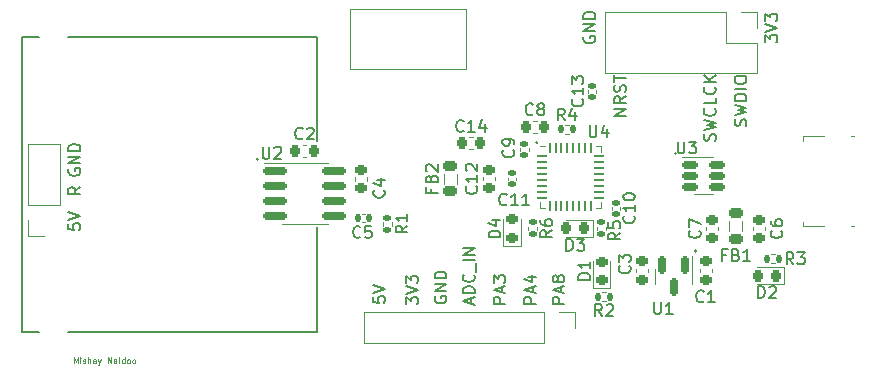
<source format=gbr>
%TF.GenerationSoftware,KiCad,Pcbnew,(6.0.2)*%
%TF.CreationDate,2024-04-01T09:01:55+02:00*%
%TF.ProjectId,STM32L4_Project,53544d33-324c-4345-9f50-726f6a656374,rev?*%
%TF.SameCoordinates,Original*%
%TF.FileFunction,Legend,Top*%
%TF.FilePolarity,Positive*%
%FSLAX46Y46*%
G04 Gerber Fmt 4.6, Leading zero omitted, Abs format (unit mm)*
G04 Created by KiCad (PCBNEW (6.0.2)) date 2024-04-01 09:01:55*
%MOMM*%
%LPD*%
G01*
G04 APERTURE LIST*
G04 Aperture macros list*
%AMRoundRect*
0 Rectangle with rounded corners*
0 $1 Rounding radius*
0 $2 $3 $4 $5 $6 $7 $8 $9 X,Y pos of 4 corners*
0 Add a 4 corners polygon primitive as box body*
4,1,4,$2,$3,$4,$5,$6,$7,$8,$9,$2,$3,0*
0 Add four circle primitives for the rounded corners*
1,1,$1+$1,$2,$3*
1,1,$1+$1,$4,$5*
1,1,$1+$1,$6,$7*
1,1,$1+$1,$8,$9*
0 Add four rect primitives between the rounded corners*
20,1,$1+$1,$2,$3,$4,$5,0*
20,1,$1+$1,$4,$5,$6,$7,0*
20,1,$1+$1,$6,$7,$8,$9,0*
20,1,$1+$1,$8,$9,$2,$3,0*%
G04 Aperture macros list end*
%ADD10C,0.150000*%
%ADD11C,0.125000*%
%ADD12C,0.120000*%
%ADD13RoundRect,0.225000X-0.225000X-0.250000X0.225000X-0.250000X0.225000X0.250000X-0.225000X0.250000X0*%
%ADD14RoundRect,0.225000X0.250000X-0.225000X0.250000X0.225000X-0.250000X0.225000X-0.250000X-0.225000X0*%
%ADD15R,1.700000X1.700000*%
%ADD16O,1.700000X1.700000*%
%ADD17C,2.200000*%
%ADD18RoundRect,0.135000X0.135000X0.185000X-0.135000X0.185000X-0.135000X-0.185000X0.135000X-0.185000X0*%
%ADD19RoundRect,0.140000X-0.170000X0.140000X-0.170000X-0.140000X0.170000X-0.140000X0.170000X0.140000X0*%
%ADD20RoundRect,0.218750X0.381250X-0.218750X0.381250X0.218750X-0.381250X0.218750X-0.381250X-0.218750X0*%
%ADD21RoundRect,0.135000X-0.185000X0.135000X-0.185000X-0.135000X0.185000X-0.135000X0.185000X0.135000X0*%
%ADD22RoundRect,0.135000X0.185000X-0.135000X0.185000X0.135000X-0.185000X0.135000X-0.185000X-0.135000X0*%
%ADD23RoundRect,0.150000X-0.512500X-0.150000X0.512500X-0.150000X0.512500X0.150000X-0.512500X0.150000X0*%
%ADD24RoundRect,0.218750X0.218750X0.256250X-0.218750X0.256250X-0.218750X-0.256250X0.218750X-0.256250X0*%
%ADD25RoundRect,0.225000X-0.250000X0.225000X-0.250000X-0.225000X0.250000X-0.225000X0.250000X0.225000X0*%
%ADD26RoundRect,0.140000X0.170000X-0.140000X0.170000X0.140000X-0.170000X0.140000X-0.170000X-0.140000X0*%
%ADD27RoundRect,0.218750X0.256250X-0.218750X0.256250X0.218750X-0.256250X0.218750X-0.256250X-0.218750X0*%
%ADD28RoundRect,0.062500X-0.375000X-0.062500X0.375000X-0.062500X0.375000X0.062500X-0.375000X0.062500X0*%
%ADD29RoundRect,0.062500X-0.062500X-0.375000X0.062500X-0.375000X0.062500X0.375000X-0.062500X0.375000X0*%
%ADD30R,3.450000X3.450000*%
%ADD31RoundRect,0.150000X-0.825000X-0.150000X0.825000X-0.150000X0.825000X0.150000X-0.825000X0.150000X0*%
%ADD32R,1.380000X0.450000*%
%ADD33R,1.550000X1.425000*%
%ADD34R,1.900000X1.000000*%
%ADD35R,1.900000X1.800000*%
%ADD36R,1.300000X1.650000*%
%ADD37RoundRect,0.140000X0.140000X0.170000X-0.140000X0.170000X-0.140000X-0.170000X0.140000X-0.170000X0*%
%ADD38RoundRect,0.218750X-0.381250X0.218750X-0.381250X-0.218750X0.381250X-0.218750X0.381250X0.218750X0*%
%ADD39C,1.440000*%
%ADD40RoundRect,0.150000X-0.150000X0.587500X-0.150000X-0.587500X0.150000X-0.587500X0.150000X0.587500X0*%
%ADD41RoundRect,0.135000X-0.135000X-0.185000X0.135000X-0.185000X0.135000X0.185000X-0.135000X0.185000X0*%
G04 APERTURE END LIST*
D10*
X95970711Y-48950000D02*
G75*
G03*
X95970711Y-48950000I-70711J0D01*
G01*
X107720711Y-49850000D02*
G75*
G03*
X107720711Y-49850000I-70711J0D01*
G01*
X109420711Y-58100000D02*
G75*
G03*
X109420711Y-58100000I-70711J0D01*
G01*
X72320711Y-50350000D02*
G75*
G03*
X72320711Y-50350000I-70711J0D01*
G01*
X57600000Y-40000000D02*
X56200000Y-40000000D01*
X77300000Y-65000000D02*
X77300000Y-56100000D01*
X52300000Y-65000000D02*
X53800000Y-65000000D01*
X52300000Y-40000000D02*
X53800000Y-40000000D01*
X57600000Y-65000000D02*
X56200000Y-65000000D01*
X77300000Y-40000000D02*
X77300000Y-48800000D01*
X77300000Y-65000000D02*
X57600000Y-65000000D01*
X77300000Y-40000000D02*
X57600000Y-40000000D01*
X52300000Y-65000000D02*
X52300000Y-40000000D01*
X56252380Y-55790476D02*
X56252380Y-56266666D01*
X56728571Y-56314285D01*
X56680952Y-56266666D01*
X56633333Y-56171428D01*
X56633333Y-55933333D01*
X56680952Y-55838095D01*
X56728571Y-55790476D01*
X56823809Y-55742857D01*
X57061904Y-55742857D01*
X57157142Y-55790476D01*
X57204761Y-55838095D01*
X57252380Y-55933333D01*
X57252380Y-56171428D01*
X57204761Y-56266666D01*
X57157142Y-56314285D01*
X56252380Y-55457142D02*
X57252380Y-55123809D01*
X56252380Y-54790476D01*
X115252380Y-40438095D02*
X115252380Y-39819047D01*
X115633333Y-40152380D01*
X115633333Y-40009523D01*
X115680952Y-39914285D01*
X115728571Y-39866666D01*
X115823809Y-39819047D01*
X116061904Y-39819047D01*
X116157142Y-39866666D01*
X116204761Y-39914285D01*
X116252380Y-40009523D01*
X116252380Y-40295238D01*
X116204761Y-40390476D01*
X116157142Y-40438095D01*
X115252380Y-39533333D02*
X116252380Y-39200000D01*
X115252380Y-38866666D01*
X115252380Y-38628571D02*
X115252380Y-38009523D01*
X115633333Y-38342857D01*
X115633333Y-38200000D01*
X115680952Y-38104761D01*
X115728571Y-38057142D01*
X115823809Y-38009523D01*
X116061904Y-38009523D01*
X116157142Y-38057142D01*
X116204761Y-38104761D01*
X116252380Y-38200000D01*
X116252380Y-38485714D01*
X116204761Y-38580952D01*
X116157142Y-38628571D01*
X90366666Y-62580952D02*
X90366666Y-62104761D01*
X90652380Y-62676190D02*
X89652380Y-62342857D01*
X90652380Y-62009523D01*
X90652380Y-61676190D02*
X89652380Y-61676190D01*
X89652380Y-61438095D01*
X89700000Y-61295238D01*
X89795238Y-61200000D01*
X89890476Y-61152380D01*
X90080952Y-61104761D01*
X90223809Y-61104761D01*
X90414285Y-61152380D01*
X90509523Y-61200000D01*
X90604761Y-61295238D01*
X90652380Y-61438095D01*
X90652380Y-61676190D01*
X90557142Y-60104761D02*
X90604761Y-60152380D01*
X90652380Y-60295238D01*
X90652380Y-60390476D01*
X90604761Y-60533333D01*
X90509523Y-60628571D01*
X90414285Y-60676190D01*
X90223809Y-60723809D01*
X90080952Y-60723809D01*
X89890476Y-60676190D01*
X89795238Y-60628571D01*
X89700000Y-60533333D01*
X89652380Y-60390476D01*
X89652380Y-60295238D01*
X89700000Y-60152380D01*
X89747619Y-60104761D01*
X90747619Y-59914285D02*
X90747619Y-59152380D01*
X90652380Y-58914285D02*
X89652380Y-58914285D01*
X90652380Y-58438095D02*
X89652380Y-58438095D01*
X90652380Y-57866666D01*
X89652380Y-57866666D01*
X82052380Y-61990476D02*
X82052380Y-62466666D01*
X82528571Y-62514285D01*
X82480952Y-62466666D01*
X82433333Y-62371428D01*
X82433333Y-62133333D01*
X82480952Y-62038095D01*
X82528571Y-61990476D01*
X82623809Y-61942857D01*
X82861904Y-61942857D01*
X82957142Y-61990476D01*
X83004761Y-62038095D01*
X83052380Y-62133333D01*
X83052380Y-62371428D01*
X83004761Y-62466666D01*
X82957142Y-62514285D01*
X82052380Y-61657142D02*
X83052380Y-61323809D01*
X82052380Y-60990476D01*
X93252380Y-62566666D02*
X92252380Y-62566666D01*
X92252380Y-62185714D01*
X92300000Y-62090476D01*
X92347619Y-62042857D01*
X92442857Y-61995238D01*
X92585714Y-61995238D01*
X92680952Y-62042857D01*
X92728571Y-62090476D01*
X92776190Y-62185714D01*
X92776190Y-62566666D01*
X92966666Y-61614285D02*
X92966666Y-61138095D01*
X93252380Y-61709523D02*
X92252380Y-61376190D01*
X93252380Y-61042857D01*
X92252380Y-60804761D02*
X92252380Y-60185714D01*
X92633333Y-60519047D01*
X92633333Y-60376190D01*
X92680952Y-60280952D01*
X92728571Y-60233333D01*
X92823809Y-60185714D01*
X93061904Y-60185714D01*
X93157142Y-60233333D01*
X93204761Y-60280952D01*
X93252380Y-60376190D01*
X93252380Y-60661904D01*
X93204761Y-60757142D01*
X93157142Y-60804761D01*
X103452380Y-46642857D02*
X102452380Y-46642857D01*
X103452380Y-46071428D01*
X102452380Y-46071428D01*
X103452380Y-45023809D02*
X102976190Y-45357142D01*
X103452380Y-45595238D02*
X102452380Y-45595238D01*
X102452380Y-45214285D01*
X102500000Y-45119047D01*
X102547619Y-45071428D01*
X102642857Y-45023809D01*
X102785714Y-45023809D01*
X102880952Y-45071428D01*
X102928571Y-45119047D01*
X102976190Y-45214285D01*
X102976190Y-45595238D01*
X103404761Y-44642857D02*
X103452380Y-44500000D01*
X103452380Y-44261904D01*
X103404761Y-44166666D01*
X103357142Y-44119047D01*
X103261904Y-44071428D01*
X103166666Y-44071428D01*
X103071428Y-44119047D01*
X103023809Y-44166666D01*
X102976190Y-44261904D01*
X102928571Y-44452380D01*
X102880952Y-44547619D01*
X102833333Y-44595238D01*
X102738095Y-44642857D01*
X102642857Y-44642857D01*
X102547619Y-44595238D01*
X102500000Y-44547619D01*
X102452380Y-44452380D01*
X102452380Y-44214285D01*
X102500000Y-44071428D01*
X102452380Y-43785714D02*
X102452380Y-43214285D01*
X103452380Y-43500000D02*
X102452380Y-43500000D01*
X57252380Y-52690476D02*
X56776190Y-53023809D01*
X57252380Y-53261904D02*
X56252380Y-53261904D01*
X56252380Y-52880952D01*
X56300000Y-52785714D01*
X56347619Y-52738095D01*
X56442857Y-52690476D01*
X56585714Y-52690476D01*
X56680952Y-52738095D01*
X56728571Y-52785714D01*
X56776190Y-52880952D01*
X56776190Y-53261904D01*
X87300000Y-61961904D02*
X87252380Y-62057142D01*
X87252380Y-62200000D01*
X87300000Y-62342857D01*
X87395238Y-62438095D01*
X87490476Y-62485714D01*
X87680952Y-62533333D01*
X87823809Y-62533333D01*
X88014285Y-62485714D01*
X88109523Y-62438095D01*
X88204761Y-62342857D01*
X88252380Y-62200000D01*
X88252380Y-62104761D01*
X88204761Y-61961904D01*
X88157142Y-61914285D01*
X87823809Y-61914285D01*
X87823809Y-62104761D01*
X88252380Y-61485714D02*
X87252380Y-61485714D01*
X88252380Y-60914285D01*
X87252380Y-60914285D01*
X88252380Y-60438095D02*
X87252380Y-60438095D01*
X87252380Y-60200000D01*
X87300000Y-60057142D01*
X87395238Y-59961904D01*
X87490476Y-59914285D01*
X87680952Y-59866666D01*
X87823809Y-59866666D01*
X88014285Y-59914285D01*
X88109523Y-59961904D01*
X88204761Y-60057142D01*
X88252380Y-60200000D01*
X88252380Y-60438095D01*
X84852380Y-62638095D02*
X84852380Y-62019047D01*
X85233333Y-62352380D01*
X85233333Y-62209523D01*
X85280952Y-62114285D01*
X85328571Y-62066666D01*
X85423809Y-62019047D01*
X85661904Y-62019047D01*
X85757142Y-62066666D01*
X85804761Y-62114285D01*
X85852380Y-62209523D01*
X85852380Y-62495238D01*
X85804761Y-62590476D01*
X85757142Y-62638095D01*
X84852380Y-61733333D02*
X85852380Y-61400000D01*
X84852380Y-61066666D01*
X84852380Y-60828571D02*
X84852380Y-60209523D01*
X85233333Y-60542857D01*
X85233333Y-60400000D01*
X85280952Y-60304761D01*
X85328571Y-60257142D01*
X85423809Y-60209523D01*
X85661904Y-60209523D01*
X85757142Y-60257142D01*
X85804761Y-60304761D01*
X85852380Y-60400000D01*
X85852380Y-60685714D01*
X85804761Y-60780952D01*
X85757142Y-60828571D01*
X111004761Y-48761904D02*
X111052380Y-48619047D01*
X111052380Y-48380952D01*
X111004761Y-48285714D01*
X110957142Y-48238095D01*
X110861904Y-48190476D01*
X110766666Y-48190476D01*
X110671428Y-48238095D01*
X110623809Y-48285714D01*
X110576190Y-48380952D01*
X110528571Y-48571428D01*
X110480952Y-48666666D01*
X110433333Y-48714285D01*
X110338095Y-48761904D01*
X110242857Y-48761904D01*
X110147619Y-48714285D01*
X110100000Y-48666666D01*
X110052380Y-48571428D01*
X110052380Y-48333333D01*
X110100000Y-48190476D01*
X110052380Y-47857142D02*
X111052380Y-47619047D01*
X110338095Y-47428571D01*
X111052380Y-47238095D01*
X110052380Y-47000000D01*
X110957142Y-46047619D02*
X111004761Y-46095238D01*
X111052380Y-46238095D01*
X111052380Y-46333333D01*
X111004761Y-46476190D01*
X110909523Y-46571428D01*
X110814285Y-46619047D01*
X110623809Y-46666666D01*
X110480952Y-46666666D01*
X110290476Y-46619047D01*
X110195238Y-46571428D01*
X110100000Y-46476190D01*
X110052380Y-46333333D01*
X110052380Y-46238095D01*
X110100000Y-46095238D01*
X110147619Y-46047619D01*
X111052380Y-45142857D02*
X111052380Y-45619047D01*
X110052380Y-45619047D01*
X110957142Y-44238095D02*
X111004761Y-44285714D01*
X111052380Y-44428571D01*
X111052380Y-44523809D01*
X111004761Y-44666666D01*
X110909523Y-44761904D01*
X110814285Y-44809523D01*
X110623809Y-44857142D01*
X110480952Y-44857142D01*
X110290476Y-44809523D01*
X110195238Y-44761904D01*
X110100000Y-44666666D01*
X110052380Y-44523809D01*
X110052380Y-44428571D01*
X110100000Y-44285714D01*
X110147619Y-44238095D01*
X111052380Y-43809523D02*
X110052380Y-43809523D01*
X111052380Y-43238095D02*
X110480952Y-43666666D01*
X110052380Y-43238095D02*
X110623809Y-43809523D01*
X95852380Y-62566666D02*
X94852380Y-62566666D01*
X94852380Y-62185714D01*
X94900000Y-62090476D01*
X94947619Y-62042857D01*
X95042857Y-61995238D01*
X95185714Y-61995238D01*
X95280952Y-62042857D01*
X95328571Y-62090476D01*
X95376190Y-62185714D01*
X95376190Y-62566666D01*
X95566666Y-61614285D02*
X95566666Y-61138095D01*
X95852380Y-61709523D02*
X94852380Y-61376190D01*
X95852380Y-61042857D01*
X95185714Y-60280952D02*
X95852380Y-60280952D01*
X94804761Y-60519047D02*
X95519047Y-60757142D01*
X95519047Y-60138095D01*
X99900000Y-39961904D02*
X99852380Y-40057142D01*
X99852380Y-40200000D01*
X99900000Y-40342857D01*
X99995238Y-40438095D01*
X100090476Y-40485714D01*
X100280952Y-40533333D01*
X100423809Y-40533333D01*
X100614285Y-40485714D01*
X100709523Y-40438095D01*
X100804761Y-40342857D01*
X100852380Y-40200000D01*
X100852380Y-40104761D01*
X100804761Y-39961904D01*
X100757142Y-39914285D01*
X100423809Y-39914285D01*
X100423809Y-40104761D01*
X100852380Y-39485714D02*
X99852380Y-39485714D01*
X100852380Y-38914285D01*
X99852380Y-38914285D01*
X100852380Y-38438095D02*
X99852380Y-38438095D01*
X99852380Y-38200000D01*
X99900000Y-38057142D01*
X99995238Y-37961904D01*
X100090476Y-37914285D01*
X100280952Y-37866666D01*
X100423809Y-37866666D01*
X100614285Y-37914285D01*
X100709523Y-37961904D01*
X100804761Y-38057142D01*
X100852380Y-38200000D01*
X100852380Y-38438095D01*
X98252380Y-62566666D02*
X97252380Y-62566666D01*
X97252380Y-62185714D01*
X97300000Y-62090476D01*
X97347619Y-62042857D01*
X97442857Y-61995238D01*
X97585714Y-61995238D01*
X97680952Y-62042857D01*
X97728571Y-62090476D01*
X97776190Y-62185714D01*
X97776190Y-62566666D01*
X97966666Y-61614285D02*
X97966666Y-61138095D01*
X98252380Y-61709523D02*
X97252380Y-61376190D01*
X98252380Y-61042857D01*
X97680952Y-60566666D02*
X97633333Y-60661904D01*
X97585714Y-60709523D01*
X97490476Y-60757142D01*
X97442857Y-60757142D01*
X97347619Y-60709523D01*
X97300000Y-60661904D01*
X97252380Y-60566666D01*
X97252380Y-60376190D01*
X97300000Y-60280952D01*
X97347619Y-60233333D01*
X97442857Y-60185714D01*
X97490476Y-60185714D01*
X97585714Y-60233333D01*
X97633333Y-60280952D01*
X97680952Y-60376190D01*
X97680952Y-60566666D01*
X97728571Y-60661904D01*
X97776190Y-60709523D01*
X97871428Y-60757142D01*
X98061904Y-60757142D01*
X98157142Y-60709523D01*
X98204761Y-60661904D01*
X98252380Y-60566666D01*
X98252380Y-60376190D01*
X98204761Y-60280952D01*
X98157142Y-60233333D01*
X98061904Y-60185714D01*
X97871428Y-60185714D01*
X97776190Y-60233333D01*
X97728571Y-60280952D01*
X97680952Y-60376190D01*
D11*
X56692857Y-67626190D02*
X56692857Y-67126190D01*
X56859523Y-67483333D01*
X57026190Y-67126190D01*
X57026190Y-67626190D01*
X57264285Y-67626190D02*
X57264285Y-67292857D01*
X57264285Y-67126190D02*
X57240476Y-67150000D01*
X57264285Y-67173809D01*
X57288095Y-67150000D01*
X57264285Y-67126190D01*
X57264285Y-67173809D01*
X57478571Y-67602380D02*
X57526190Y-67626190D01*
X57621428Y-67626190D01*
X57669047Y-67602380D01*
X57692857Y-67554761D01*
X57692857Y-67530952D01*
X57669047Y-67483333D01*
X57621428Y-67459523D01*
X57550000Y-67459523D01*
X57502380Y-67435714D01*
X57478571Y-67388095D01*
X57478571Y-67364285D01*
X57502380Y-67316666D01*
X57550000Y-67292857D01*
X57621428Y-67292857D01*
X57669047Y-67316666D01*
X57907142Y-67626190D02*
X57907142Y-67126190D01*
X58121428Y-67626190D02*
X58121428Y-67364285D01*
X58097619Y-67316666D01*
X58050000Y-67292857D01*
X57978571Y-67292857D01*
X57930952Y-67316666D01*
X57907142Y-67340476D01*
X58573809Y-67626190D02*
X58573809Y-67364285D01*
X58550000Y-67316666D01*
X58502380Y-67292857D01*
X58407142Y-67292857D01*
X58359523Y-67316666D01*
X58573809Y-67602380D02*
X58526190Y-67626190D01*
X58407142Y-67626190D01*
X58359523Y-67602380D01*
X58335714Y-67554761D01*
X58335714Y-67507142D01*
X58359523Y-67459523D01*
X58407142Y-67435714D01*
X58526190Y-67435714D01*
X58573809Y-67411904D01*
X58764285Y-67292857D02*
X58883333Y-67626190D01*
X59002380Y-67292857D02*
X58883333Y-67626190D01*
X58835714Y-67745238D01*
X58811904Y-67769047D01*
X58764285Y-67792857D01*
X59573809Y-67626190D02*
X59573809Y-67126190D01*
X59859523Y-67626190D01*
X59859523Y-67126190D01*
X60311904Y-67626190D02*
X60311904Y-67364285D01*
X60288095Y-67316666D01*
X60240476Y-67292857D01*
X60145238Y-67292857D01*
X60097619Y-67316666D01*
X60311904Y-67602380D02*
X60264285Y-67626190D01*
X60145238Y-67626190D01*
X60097619Y-67602380D01*
X60073809Y-67554761D01*
X60073809Y-67507142D01*
X60097619Y-67459523D01*
X60145238Y-67435714D01*
X60264285Y-67435714D01*
X60311904Y-67411904D01*
X60550000Y-67626190D02*
X60550000Y-67292857D01*
X60550000Y-67126190D02*
X60526190Y-67150000D01*
X60550000Y-67173809D01*
X60573809Y-67150000D01*
X60550000Y-67126190D01*
X60550000Y-67173809D01*
X61002380Y-67626190D02*
X61002380Y-67126190D01*
X61002380Y-67602380D02*
X60954761Y-67626190D01*
X60859523Y-67626190D01*
X60811904Y-67602380D01*
X60788095Y-67578571D01*
X60764285Y-67530952D01*
X60764285Y-67388095D01*
X60788095Y-67340476D01*
X60811904Y-67316666D01*
X60859523Y-67292857D01*
X60954761Y-67292857D01*
X61002380Y-67316666D01*
X61311904Y-67626190D02*
X61264285Y-67602380D01*
X61240476Y-67578571D01*
X61216666Y-67530952D01*
X61216666Y-67388095D01*
X61240476Y-67340476D01*
X61264285Y-67316666D01*
X61311904Y-67292857D01*
X61383333Y-67292857D01*
X61430952Y-67316666D01*
X61454761Y-67340476D01*
X61478571Y-67388095D01*
X61478571Y-67530952D01*
X61454761Y-67578571D01*
X61430952Y-67602380D01*
X61383333Y-67626190D01*
X61311904Y-67626190D01*
X61764285Y-67626190D02*
X61716666Y-67602380D01*
X61692857Y-67578571D01*
X61669047Y-67530952D01*
X61669047Y-67388095D01*
X61692857Y-67340476D01*
X61716666Y-67316666D01*
X61764285Y-67292857D01*
X61835714Y-67292857D01*
X61883333Y-67316666D01*
X61907142Y-67340476D01*
X61930952Y-67388095D01*
X61930952Y-67530952D01*
X61907142Y-67578571D01*
X61883333Y-67602380D01*
X61835714Y-67626190D01*
X61764285Y-67626190D01*
D10*
X113604761Y-47519047D02*
X113652380Y-47376190D01*
X113652380Y-47138095D01*
X113604761Y-47042857D01*
X113557142Y-46995238D01*
X113461904Y-46947619D01*
X113366666Y-46947619D01*
X113271428Y-46995238D01*
X113223809Y-47042857D01*
X113176190Y-47138095D01*
X113128571Y-47328571D01*
X113080952Y-47423809D01*
X113033333Y-47471428D01*
X112938095Y-47519047D01*
X112842857Y-47519047D01*
X112747619Y-47471428D01*
X112700000Y-47423809D01*
X112652380Y-47328571D01*
X112652380Y-47090476D01*
X112700000Y-46947619D01*
X112652380Y-46614285D02*
X113652380Y-46376190D01*
X112938095Y-46185714D01*
X113652380Y-45995238D01*
X112652380Y-45757142D01*
X113652380Y-45376190D02*
X112652380Y-45376190D01*
X112652380Y-45138095D01*
X112700000Y-44995238D01*
X112795238Y-44900000D01*
X112890476Y-44852380D01*
X113080952Y-44804761D01*
X113223809Y-44804761D01*
X113414285Y-44852380D01*
X113509523Y-44900000D01*
X113604761Y-44995238D01*
X113652380Y-45138095D01*
X113652380Y-45376190D01*
X113652380Y-44376190D02*
X112652380Y-44376190D01*
X112652380Y-43709523D02*
X112652380Y-43519047D01*
X112700000Y-43423809D01*
X112795238Y-43328571D01*
X112985714Y-43280952D01*
X113319047Y-43280952D01*
X113509523Y-43328571D01*
X113604761Y-43423809D01*
X113652380Y-43519047D01*
X113652380Y-43709523D01*
X113604761Y-43804761D01*
X113509523Y-43900000D01*
X113319047Y-43947619D01*
X112985714Y-43947619D01*
X112795238Y-43900000D01*
X112700000Y-43804761D01*
X112652380Y-43709523D01*
X56300000Y-51161904D02*
X56252380Y-51257142D01*
X56252380Y-51400000D01*
X56300000Y-51542857D01*
X56395238Y-51638095D01*
X56490476Y-51685714D01*
X56680952Y-51733333D01*
X56823809Y-51733333D01*
X57014285Y-51685714D01*
X57109523Y-51638095D01*
X57204761Y-51542857D01*
X57252380Y-51400000D01*
X57252380Y-51304761D01*
X57204761Y-51161904D01*
X57157142Y-51114285D01*
X56823809Y-51114285D01*
X56823809Y-51304761D01*
X57252380Y-50685714D02*
X56252380Y-50685714D01*
X57252380Y-50114285D01*
X56252380Y-50114285D01*
X57252380Y-49638095D02*
X56252380Y-49638095D01*
X56252380Y-49400000D01*
X56300000Y-49257142D01*
X56395238Y-49161904D01*
X56490476Y-49114285D01*
X56680952Y-49066666D01*
X56823809Y-49066666D01*
X57014285Y-49114285D01*
X57109523Y-49161904D01*
X57204761Y-49257142D01*
X57252380Y-49400000D01*
X57252380Y-49638095D01*
%TO.C,C2*%
X76083333Y-48577142D02*
X76035714Y-48624761D01*
X75892857Y-48672380D01*
X75797619Y-48672380D01*
X75654761Y-48624761D01*
X75559523Y-48529523D01*
X75511904Y-48434285D01*
X75464285Y-48243809D01*
X75464285Y-48100952D01*
X75511904Y-47910476D01*
X75559523Y-47815238D01*
X75654761Y-47720000D01*
X75797619Y-47672380D01*
X75892857Y-47672380D01*
X76035714Y-47720000D01*
X76083333Y-47767619D01*
X76464285Y-47767619D02*
X76511904Y-47720000D01*
X76607142Y-47672380D01*
X76845238Y-47672380D01*
X76940476Y-47720000D01*
X76988095Y-47767619D01*
X77035714Y-47862857D01*
X77035714Y-47958095D01*
X76988095Y-48100952D01*
X76416666Y-48672380D01*
X77035714Y-48672380D01*
%TO.C,C4*%
X82957142Y-52966666D02*
X83004761Y-53014285D01*
X83052380Y-53157142D01*
X83052380Y-53252380D01*
X83004761Y-53395238D01*
X82909523Y-53490476D01*
X82814285Y-53538095D01*
X82623809Y-53585714D01*
X82480952Y-53585714D01*
X82290476Y-53538095D01*
X82195238Y-53490476D01*
X82100000Y-53395238D01*
X82052380Y-53252380D01*
X82052380Y-53157142D01*
X82100000Y-53014285D01*
X82147619Y-52966666D01*
X82385714Y-52109523D02*
X83052380Y-52109523D01*
X82004761Y-52347619D02*
X82719047Y-52585714D01*
X82719047Y-51966666D01*
%TO.C,C7*%
X109677142Y-56391666D02*
X109724761Y-56439285D01*
X109772380Y-56582142D01*
X109772380Y-56677380D01*
X109724761Y-56820238D01*
X109629523Y-56915476D01*
X109534285Y-56963095D01*
X109343809Y-57010714D01*
X109200952Y-57010714D01*
X109010476Y-56963095D01*
X108915238Y-56915476D01*
X108820000Y-56820238D01*
X108772380Y-56677380D01*
X108772380Y-56582142D01*
X108820000Y-56439285D01*
X108867619Y-56391666D01*
X108772380Y-56058333D02*
X108772380Y-55391666D01*
X109772380Y-55820238D01*
%TO.C,C1*%
X110033333Y-62357142D02*
X109985714Y-62404761D01*
X109842857Y-62452380D01*
X109747619Y-62452380D01*
X109604761Y-62404761D01*
X109509523Y-62309523D01*
X109461904Y-62214285D01*
X109414285Y-62023809D01*
X109414285Y-61880952D01*
X109461904Y-61690476D01*
X109509523Y-61595238D01*
X109604761Y-61500000D01*
X109747619Y-61452380D01*
X109842857Y-61452380D01*
X109985714Y-61500000D01*
X110033333Y-61547619D01*
X110985714Y-62452380D02*
X110414285Y-62452380D01*
X110700000Y-62452380D02*
X110700000Y-61452380D01*
X110604761Y-61595238D01*
X110509523Y-61690476D01*
X110414285Y-61738095D01*
%TO.C,R4*%
X98273333Y-47052380D02*
X97940000Y-46576190D01*
X97701904Y-47052380D02*
X97701904Y-46052380D01*
X98082857Y-46052380D01*
X98178095Y-46100000D01*
X98225714Y-46147619D01*
X98273333Y-46242857D01*
X98273333Y-46385714D01*
X98225714Y-46480952D01*
X98178095Y-46528571D01*
X98082857Y-46576190D01*
X97701904Y-46576190D01*
X99130476Y-46385714D02*
X99130476Y-47052380D01*
X98892380Y-46004761D02*
X98654285Y-46719047D01*
X99273333Y-46719047D01*
%TO.C,C9*%
X93907142Y-49566666D02*
X93954761Y-49614285D01*
X94002380Y-49757142D01*
X94002380Y-49852380D01*
X93954761Y-49995238D01*
X93859523Y-50090476D01*
X93764285Y-50138095D01*
X93573809Y-50185714D01*
X93430952Y-50185714D01*
X93240476Y-50138095D01*
X93145238Y-50090476D01*
X93050000Y-49995238D01*
X93002380Y-49852380D01*
X93002380Y-49757142D01*
X93050000Y-49614285D01*
X93097619Y-49566666D01*
X94002380Y-49090476D02*
X94002380Y-48900000D01*
X93954761Y-48804761D01*
X93907142Y-48757142D01*
X93764285Y-48661904D01*
X93573809Y-48614285D01*
X93192857Y-48614285D01*
X93097619Y-48661904D01*
X93050000Y-48709523D01*
X93002380Y-48804761D01*
X93002380Y-48995238D01*
X93050000Y-49090476D01*
X93097619Y-49138095D01*
X93192857Y-49185714D01*
X93430952Y-49185714D01*
X93526190Y-49138095D01*
X93573809Y-49090476D01*
X93621428Y-48995238D01*
X93621428Y-48804761D01*
X93573809Y-48709523D01*
X93526190Y-48661904D01*
X93430952Y-48614285D01*
%TO.C,FB2*%
X86978571Y-52833333D02*
X86978571Y-53166666D01*
X87502380Y-53166666D02*
X86502380Y-53166666D01*
X86502380Y-52690476D01*
X86978571Y-51976190D02*
X87026190Y-51833333D01*
X87073809Y-51785714D01*
X87169047Y-51738095D01*
X87311904Y-51738095D01*
X87407142Y-51785714D01*
X87454761Y-51833333D01*
X87502380Y-51928571D01*
X87502380Y-52309523D01*
X86502380Y-52309523D01*
X86502380Y-51976190D01*
X86550000Y-51880952D01*
X86597619Y-51833333D01*
X86692857Y-51785714D01*
X86788095Y-51785714D01*
X86883333Y-51833333D01*
X86930952Y-51880952D01*
X86978571Y-51976190D01*
X86978571Y-52309523D01*
X86597619Y-51357142D02*
X86550000Y-51309523D01*
X86502380Y-51214285D01*
X86502380Y-50976190D01*
X86550000Y-50880952D01*
X86597619Y-50833333D01*
X86692857Y-50785714D01*
X86788095Y-50785714D01*
X86930952Y-50833333D01*
X87502380Y-51404761D01*
X87502380Y-50785714D01*
%TO.C,R5*%
X102972380Y-56566666D02*
X102496190Y-56900000D01*
X102972380Y-57138095D02*
X101972380Y-57138095D01*
X101972380Y-56757142D01*
X102020000Y-56661904D01*
X102067619Y-56614285D01*
X102162857Y-56566666D01*
X102305714Y-56566666D01*
X102400952Y-56614285D01*
X102448571Y-56661904D01*
X102496190Y-56757142D01*
X102496190Y-57138095D01*
X101972380Y-55661904D02*
X101972380Y-56138095D01*
X102448571Y-56185714D01*
X102400952Y-56138095D01*
X102353333Y-56042857D01*
X102353333Y-55804761D01*
X102400952Y-55709523D01*
X102448571Y-55661904D01*
X102543809Y-55614285D01*
X102781904Y-55614285D01*
X102877142Y-55661904D01*
X102924761Y-55709523D01*
X102972380Y-55804761D01*
X102972380Y-56042857D01*
X102924761Y-56138095D01*
X102877142Y-56185714D01*
%TO.C,R1*%
X84952380Y-55966666D02*
X84476190Y-56300000D01*
X84952380Y-56538095D02*
X83952380Y-56538095D01*
X83952380Y-56157142D01*
X84000000Y-56061904D01*
X84047619Y-56014285D01*
X84142857Y-55966666D01*
X84285714Y-55966666D01*
X84380952Y-56014285D01*
X84428571Y-56061904D01*
X84476190Y-56157142D01*
X84476190Y-56538095D01*
X84952380Y-55014285D02*
X84952380Y-55585714D01*
X84952380Y-55300000D02*
X83952380Y-55300000D01*
X84095238Y-55395238D01*
X84190476Y-55490476D01*
X84238095Y-55585714D01*
%TO.C,U3*%
X107838095Y-48852380D02*
X107838095Y-49661904D01*
X107885714Y-49757142D01*
X107933333Y-49804761D01*
X108028571Y-49852380D01*
X108219047Y-49852380D01*
X108314285Y-49804761D01*
X108361904Y-49757142D01*
X108409523Y-49661904D01*
X108409523Y-48852380D01*
X108790476Y-48852380D02*
X109409523Y-48852380D01*
X109076190Y-49233333D01*
X109219047Y-49233333D01*
X109314285Y-49280952D01*
X109361904Y-49328571D01*
X109409523Y-49423809D01*
X109409523Y-49661904D01*
X109361904Y-49757142D01*
X109314285Y-49804761D01*
X109219047Y-49852380D01*
X108933333Y-49852380D01*
X108838095Y-49804761D01*
X108790476Y-49757142D01*
%TO.C,C10*%
X104117142Y-55142857D02*
X104164761Y-55190476D01*
X104212380Y-55333333D01*
X104212380Y-55428571D01*
X104164761Y-55571428D01*
X104069523Y-55666666D01*
X103974285Y-55714285D01*
X103783809Y-55761904D01*
X103640952Y-55761904D01*
X103450476Y-55714285D01*
X103355238Y-55666666D01*
X103260000Y-55571428D01*
X103212380Y-55428571D01*
X103212380Y-55333333D01*
X103260000Y-55190476D01*
X103307619Y-55142857D01*
X104212380Y-54190476D02*
X104212380Y-54761904D01*
X104212380Y-54476190D02*
X103212380Y-54476190D01*
X103355238Y-54571428D01*
X103450476Y-54666666D01*
X103498095Y-54761904D01*
X103212380Y-53571428D02*
X103212380Y-53476190D01*
X103260000Y-53380952D01*
X103307619Y-53333333D01*
X103402857Y-53285714D01*
X103593333Y-53238095D01*
X103831428Y-53238095D01*
X104021904Y-53285714D01*
X104117142Y-53333333D01*
X104164761Y-53380952D01*
X104212380Y-53476190D01*
X104212380Y-53571428D01*
X104164761Y-53666666D01*
X104117142Y-53714285D01*
X104021904Y-53761904D01*
X103831428Y-53809523D01*
X103593333Y-53809523D01*
X103402857Y-53761904D01*
X103307619Y-53714285D01*
X103260000Y-53666666D01*
X103212380Y-53571428D01*
%TO.C,D2*%
X114649404Y-62082380D02*
X114649404Y-61082380D01*
X114887500Y-61082380D01*
X115030357Y-61130000D01*
X115125595Y-61225238D01*
X115173214Y-61320476D01*
X115220833Y-61510952D01*
X115220833Y-61653809D01*
X115173214Y-61844285D01*
X115125595Y-61939523D01*
X115030357Y-62034761D01*
X114887500Y-62082380D01*
X114649404Y-62082380D01*
X115601785Y-61177619D02*
X115649404Y-61130000D01*
X115744642Y-61082380D01*
X115982738Y-61082380D01*
X116077976Y-61130000D01*
X116125595Y-61177619D01*
X116173214Y-61272857D01*
X116173214Y-61368095D01*
X116125595Y-61510952D01*
X115554166Y-62082380D01*
X116173214Y-62082380D01*
%TO.C,D3*%
X98411904Y-58082380D02*
X98411904Y-57082380D01*
X98650000Y-57082380D01*
X98792857Y-57130000D01*
X98888095Y-57225238D01*
X98935714Y-57320476D01*
X98983333Y-57510952D01*
X98983333Y-57653809D01*
X98935714Y-57844285D01*
X98888095Y-57939523D01*
X98792857Y-58034761D01*
X98650000Y-58082380D01*
X98411904Y-58082380D01*
X99316666Y-57082380D02*
X99935714Y-57082380D01*
X99602380Y-57463333D01*
X99745238Y-57463333D01*
X99840476Y-57510952D01*
X99888095Y-57558571D01*
X99935714Y-57653809D01*
X99935714Y-57891904D01*
X99888095Y-57987142D01*
X99840476Y-58034761D01*
X99745238Y-58082380D01*
X99459523Y-58082380D01*
X99364285Y-58034761D01*
X99316666Y-57987142D01*
%TO.C,C3*%
X103757142Y-59366666D02*
X103804761Y-59414285D01*
X103852380Y-59557142D01*
X103852380Y-59652380D01*
X103804761Y-59795238D01*
X103709523Y-59890476D01*
X103614285Y-59938095D01*
X103423809Y-59985714D01*
X103280952Y-59985714D01*
X103090476Y-59938095D01*
X102995238Y-59890476D01*
X102900000Y-59795238D01*
X102852380Y-59652380D01*
X102852380Y-59557142D01*
X102900000Y-59414285D01*
X102947619Y-59366666D01*
X102852380Y-59033333D02*
X102852380Y-58414285D01*
X103233333Y-58747619D01*
X103233333Y-58604761D01*
X103280952Y-58509523D01*
X103328571Y-58461904D01*
X103423809Y-58414285D01*
X103661904Y-58414285D01*
X103757142Y-58461904D01*
X103804761Y-58509523D01*
X103852380Y-58604761D01*
X103852380Y-58890476D01*
X103804761Y-58985714D01*
X103757142Y-59033333D01*
%TO.C,C11*%
X93357142Y-54157142D02*
X93309523Y-54204761D01*
X93166666Y-54252380D01*
X93071428Y-54252380D01*
X92928571Y-54204761D01*
X92833333Y-54109523D01*
X92785714Y-54014285D01*
X92738095Y-53823809D01*
X92738095Y-53680952D01*
X92785714Y-53490476D01*
X92833333Y-53395238D01*
X92928571Y-53300000D01*
X93071428Y-53252380D01*
X93166666Y-53252380D01*
X93309523Y-53300000D01*
X93357142Y-53347619D01*
X94309523Y-54252380D02*
X93738095Y-54252380D01*
X94023809Y-54252380D02*
X94023809Y-53252380D01*
X93928571Y-53395238D01*
X93833333Y-53490476D01*
X93738095Y-53538095D01*
X95261904Y-54252380D02*
X94690476Y-54252380D01*
X94976190Y-54252380D02*
X94976190Y-53252380D01*
X94880952Y-53395238D01*
X94785714Y-53490476D01*
X94690476Y-53538095D01*
%TO.C,C13*%
X99757142Y-45242857D02*
X99804761Y-45290476D01*
X99852380Y-45433333D01*
X99852380Y-45528571D01*
X99804761Y-45671428D01*
X99709523Y-45766666D01*
X99614285Y-45814285D01*
X99423809Y-45861904D01*
X99280952Y-45861904D01*
X99090476Y-45814285D01*
X98995238Y-45766666D01*
X98900000Y-45671428D01*
X98852380Y-45528571D01*
X98852380Y-45433333D01*
X98900000Y-45290476D01*
X98947619Y-45242857D01*
X99852380Y-44290476D02*
X99852380Y-44861904D01*
X99852380Y-44576190D02*
X98852380Y-44576190D01*
X98995238Y-44671428D01*
X99090476Y-44766666D01*
X99138095Y-44861904D01*
X98852380Y-43957142D02*
X98852380Y-43338095D01*
X99233333Y-43671428D01*
X99233333Y-43528571D01*
X99280952Y-43433333D01*
X99328571Y-43385714D01*
X99423809Y-43338095D01*
X99661904Y-43338095D01*
X99757142Y-43385714D01*
X99804761Y-43433333D01*
X99852380Y-43528571D01*
X99852380Y-43814285D01*
X99804761Y-43909523D01*
X99757142Y-43957142D01*
%TO.C,D1*%
X100422380Y-60538095D02*
X99422380Y-60538095D01*
X99422380Y-60300000D01*
X99470000Y-60157142D01*
X99565238Y-60061904D01*
X99660476Y-60014285D01*
X99850952Y-59966666D01*
X99993809Y-59966666D01*
X100184285Y-60014285D01*
X100279523Y-60061904D01*
X100374761Y-60157142D01*
X100422380Y-60300000D01*
X100422380Y-60538095D01*
X100422380Y-59014285D02*
X100422380Y-59585714D01*
X100422380Y-59300000D02*
X99422380Y-59300000D01*
X99565238Y-59395238D01*
X99660476Y-59490476D01*
X99708095Y-59585714D01*
%TO.C,U4*%
X100388095Y-47482380D02*
X100388095Y-48291904D01*
X100435714Y-48387142D01*
X100483333Y-48434761D01*
X100578571Y-48482380D01*
X100769047Y-48482380D01*
X100864285Y-48434761D01*
X100911904Y-48387142D01*
X100959523Y-48291904D01*
X100959523Y-47482380D01*
X101864285Y-47815714D02*
X101864285Y-48482380D01*
X101626190Y-47434761D02*
X101388095Y-48149047D01*
X102007142Y-48149047D01*
%TO.C,C14*%
X89707142Y-47927142D02*
X89659523Y-47974761D01*
X89516666Y-48022380D01*
X89421428Y-48022380D01*
X89278571Y-47974761D01*
X89183333Y-47879523D01*
X89135714Y-47784285D01*
X89088095Y-47593809D01*
X89088095Y-47450952D01*
X89135714Y-47260476D01*
X89183333Y-47165238D01*
X89278571Y-47070000D01*
X89421428Y-47022380D01*
X89516666Y-47022380D01*
X89659523Y-47070000D01*
X89707142Y-47117619D01*
X90659523Y-48022380D02*
X90088095Y-48022380D01*
X90373809Y-48022380D02*
X90373809Y-47022380D01*
X90278571Y-47165238D01*
X90183333Y-47260476D01*
X90088095Y-47308095D01*
X91516666Y-47355714D02*
X91516666Y-48022380D01*
X91278571Y-46974761D02*
X91040476Y-47689047D01*
X91659523Y-47689047D01*
%TO.C,C8*%
X95583333Y-46527142D02*
X95535714Y-46574761D01*
X95392857Y-46622380D01*
X95297619Y-46622380D01*
X95154761Y-46574761D01*
X95059523Y-46479523D01*
X95011904Y-46384285D01*
X94964285Y-46193809D01*
X94964285Y-46050952D01*
X95011904Y-45860476D01*
X95059523Y-45765238D01*
X95154761Y-45670000D01*
X95297619Y-45622380D01*
X95392857Y-45622380D01*
X95535714Y-45670000D01*
X95583333Y-45717619D01*
X96154761Y-46050952D02*
X96059523Y-46003333D01*
X96011904Y-45955714D01*
X95964285Y-45860476D01*
X95964285Y-45812857D01*
X96011904Y-45717619D01*
X96059523Y-45670000D01*
X96154761Y-45622380D01*
X96345238Y-45622380D01*
X96440476Y-45670000D01*
X96488095Y-45717619D01*
X96535714Y-45812857D01*
X96535714Y-45860476D01*
X96488095Y-45955714D01*
X96440476Y-46003333D01*
X96345238Y-46050952D01*
X96154761Y-46050952D01*
X96059523Y-46098571D01*
X96011904Y-46146190D01*
X95964285Y-46241428D01*
X95964285Y-46431904D01*
X96011904Y-46527142D01*
X96059523Y-46574761D01*
X96154761Y-46622380D01*
X96345238Y-46622380D01*
X96440476Y-46574761D01*
X96488095Y-46527142D01*
X96535714Y-46431904D01*
X96535714Y-46241428D01*
X96488095Y-46146190D01*
X96440476Y-46098571D01*
X96345238Y-46050952D01*
%TO.C,U2*%
X72688095Y-49302380D02*
X72688095Y-50111904D01*
X72735714Y-50207142D01*
X72783333Y-50254761D01*
X72878571Y-50302380D01*
X73069047Y-50302380D01*
X73164285Y-50254761D01*
X73211904Y-50207142D01*
X73259523Y-50111904D01*
X73259523Y-49302380D01*
X73688095Y-49397619D02*
X73735714Y-49350000D01*
X73830952Y-49302380D01*
X74069047Y-49302380D01*
X74164285Y-49350000D01*
X74211904Y-49397619D01*
X74259523Y-49492857D01*
X74259523Y-49588095D01*
X74211904Y-49730952D01*
X73640476Y-50302380D01*
X74259523Y-50302380D01*
%TO.C,R2*%
X101433333Y-63622380D02*
X101100000Y-63146190D01*
X100861904Y-63622380D02*
X100861904Y-62622380D01*
X101242857Y-62622380D01*
X101338095Y-62670000D01*
X101385714Y-62717619D01*
X101433333Y-62812857D01*
X101433333Y-62955714D01*
X101385714Y-63050952D01*
X101338095Y-63098571D01*
X101242857Y-63146190D01*
X100861904Y-63146190D01*
X101814285Y-62717619D02*
X101861904Y-62670000D01*
X101957142Y-62622380D01*
X102195238Y-62622380D01*
X102290476Y-62670000D01*
X102338095Y-62717619D01*
X102385714Y-62812857D01*
X102385714Y-62908095D01*
X102338095Y-63050952D01*
X101766666Y-63622380D01*
X102385714Y-63622380D01*
%TO.C,C6*%
X116607142Y-56391666D02*
X116654761Y-56439285D01*
X116702380Y-56582142D01*
X116702380Y-56677380D01*
X116654761Y-56820238D01*
X116559523Y-56915476D01*
X116464285Y-56963095D01*
X116273809Y-57010714D01*
X116130952Y-57010714D01*
X115940476Y-56963095D01*
X115845238Y-56915476D01*
X115750000Y-56820238D01*
X115702380Y-56677380D01*
X115702380Y-56582142D01*
X115750000Y-56439285D01*
X115797619Y-56391666D01*
X115702380Y-55534523D02*
X115702380Y-55725000D01*
X115750000Y-55820238D01*
X115797619Y-55867857D01*
X115940476Y-55963095D01*
X116130952Y-56010714D01*
X116511904Y-56010714D01*
X116607142Y-55963095D01*
X116654761Y-55915476D01*
X116702380Y-55820238D01*
X116702380Y-55629761D01*
X116654761Y-55534523D01*
X116607142Y-55486904D01*
X116511904Y-55439285D01*
X116273809Y-55439285D01*
X116178571Y-55486904D01*
X116130952Y-55534523D01*
X116083333Y-55629761D01*
X116083333Y-55820238D01*
X116130952Y-55915476D01*
X116178571Y-55963095D01*
X116273809Y-56010714D01*
%TO.C,C5*%
X80975497Y-56907142D02*
X80927878Y-56954761D01*
X80785021Y-57002380D01*
X80689783Y-57002380D01*
X80546925Y-56954761D01*
X80451687Y-56859523D01*
X80404068Y-56764285D01*
X80356449Y-56573809D01*
X80356449Y-56430952D01*
X80404068Y-56240476D01*
X80451687Y-56145238D01*
X80546925Y-56050000D01*
X80689783Y-56002380D01*
X80785021Y-56002380D01*
X80927878Y-56050000D01*
X80975497Y-56097619D01*
X81880259Y-56002380D02*
X81404068Y-56002380D01*
X81356449Y-56478571D01*
X81404068Y-56430952D01*
X81499306Y-56383333D01*
X81737402Y-56383333D01*
X81832640Y-56430952D01*
X81880259Y-56478571D01*
X81927878Y-56573809D01*
X81927878Y-56811904D01*
X81880259Y-56907142D01*
X81832640Y-56954761D01*
X81737402Y-57002380D01*
X81499306Y-57002380D01*
X81404068Y-56954761D01*
X81356449Y-56907142D01*
%TO.C,FB1*%
X111916666Y-58428571D02*
X111583333Y-58428571D01*
X111583333Y-58952380D02*
X111583333Y-57952380D01*
X112059523Y-57952380D01*
X112773809Y-58428571D02*
X112916666Y-58476190D01*
X112964285Y-58523809D01*
X113011904Y-58619047D01*
X113011904Y-58761904D01*
X112964285Y-58857142D01*
X112916666Y-58904761D01*
X112821428Y-58952380D01*
X112440476Y-58952380D01*
X112440476Y-57952380D01*
X112773809Y-57952380D01*
X112869047Y-58000000D01*
X112916666Y-58047619D01*
X112964285Y-58142857D01*
X112964285Y-58238095D01*
X112916666Y-58333333D01*
X112869047Y-58380952D01*
X112773809Y-58428571D01*
X112440476Y-58428571D01*
X113964285Y-58952380D02*
X113392857Y-58952380D01*
X113678571Y-58952380D02*
X113678571Y-57952380D01*
X113583333Y-58095238D01*
X113488095Y-58190476D01*
X113392857Y-58238095D01*
%TO.C,C12*%
X90777142Y-52642857D02*
X90824761Y-52690476D01*
X90872380Y-52833333D01*
X90872380Y-52928571D01*
X90824761Y-53071428D01*
X90729523Y-53166666D01*
X90634285Y-53214285D01*
X90443809Y-53261904D01*
X90300952Y-53261904D01*
X90110476Y-53214285D01*
X90015238Y-53166666D01*
X89920000Y-53071428D01*
X89872380Y-52928571D01*
X89872380Y-52833333D01*
X89920000Y-52690476D01*
X89967619Y-52642857D01*
X90872380Y-51690476D02*
X90872380Y-52261904D01*
X90872380Y-51976190D02*
X89872380Y-51976190D01*
X90015238Y-52071428D01*
X90110476Y-52166666D01*
X90158095Y-52261904D01*
X89967619Y-51309523D02*
X89920000Y-51261904D01*
X89872380Y-51166666D01*
X89872380Y-50928571D01*
X89920000Y-50833333D01*
X89967619Y-50785714D01*
X90062857Y-50738095D01*
X90158095Y-50738095D01*
X90300952Y-50785714D01*
X90872380Y-51357142D01*
X90872380Y-50738095D01*
%TO.C,D4*%
X92822380Y-56950595D02*
X91822380Y-56950595D01*
X91822380Y-56712500D01*
X91870000Y-56569642D01*
X91965238Y-56474404D01*
X92060476Y-56426785D01*
X92250952Y-56379166D01*
X92393809Y-56379166D01*
X92584285Y-56426785D01*
X92679523Y-56474404D01*
X92774761Y-56569642D01*
X92822380Y-56712500D01*
X92822380Y-56950595D01*
X92155714Y-55522023D02*
X92822380Y-55522023D01*
X91774761Y-55760119D02*
X92489047Y-55998214D01*
X92489047Y-55379166D01*
%TO.C,R6*%
X97202380Y-56366666D02*
X96726190Y-56700000D01*
X97202380Y-56938095D02*
X96202380Y-56938095D01*
X96202380Y-56557142D01*
X96250000Y-56461904D01*
X96297619Y-56414285D01*
X96392857Y-56366666D01*
X96535714Y-56366666D01*
X96630952Y-56414285D01*
X96678571Y-56461904D01*
X96726190Y-56557142D01*
X96726190Y-56938095D01*
X96202380Y-55509523D02*
X96202380Y-55700000D01*
X96250000Y-55795238D01*
X96297619Y-55842857D01*
X96440476Y-55938095D01*
X96630952Y-55985714D01*
X97011904Y-55985714D01*
X97107142Y-55938095D01*
X97154761Y-55890476D01*
X97202380Y-55795238D01*
X97202380Y-55604761D01*
X97154761Y-55509523D01*
X97107142Y-55461904D01*
X97011904Y-55414285D01*
X96773809Y-55414285D01*
X96678571Y-55461904D01*
X96630952Y-55509523D01*
X96583333Y-55604761D01*
X96583333Y-55795238D01*
X96630952Y-55890476D01*
X96678571Y-55938095D01*
X96773809Y-55985714D01*
%TO.C,U1*%
X105838095Y-62452380D02*
X105838095Y-63261904D01*
X105885714Y-63357142D01*
X105933333Y-63404761D01*
X106028571Y-63452380D01*
X106219047Y-63452380D01*
X106314285Y-63404761D01*
X106361904Y-63357142D01*
X106409523Y-63261904D01*
X106409523Y-62452380D01*
X107409523Y-63452380D02*
X106838095Y-63452380D01*
X107123809Y-63452380D02*
X107123809Y-62452380D01*
X107028571Y-62595238D01*
X106933333Y-62690476D01*
X106838095Y-62738095D01*
%TO.C,R3*%
X117633333Y-59239880D02*
X117300000Y-58763690D01*
X117061904Y-59239880D02*
X117061904Y-58239880D01*
X117442857Y-58239880D01*
X117538095Y-58287500D01*
X117585714Y-58335119D01*
X117633333Y-58430357D01*
X117633333Y-58573214D01*
X117585714Y-58668452D01*
X117538095Y-58716071D01*
X117442857Y-58763690D01*
X117061904Y-58763690D01*
X117966666Y-58239880D02*
X118585714Y-58239880D01*
X118252380Y-58620833D01*
X118395238Y-58620833D01*
X118490476Y-58668452D01*
X118538095Y-58716071D01*
X118585714Y-58811309D01*
X118585714Y-59049404D01*
X118538095Y-59144642D01*
X118490476Y-59192261D01*
X118395238Y-59239880D01*
X118109523Y-59239880D01*
X118014285Y-59192261D01*
X117966666Y-59144642D01*
D12*
%TO.C,C2*%
X76109420Y-50160000D02*
X76390580Y-50160000D01*
X76109420Y-49140000D02*
X76390580Y-49140000D01*
%TO.C,C4*%
X80490000Y-52165580D02*
X80490000Y-51884420D01*
X81510000Y-52165580D02*
X81510000Y-51884420D01*
%TO.C,C7*%
X110240000Y-56365580D02*
X110240000Y-56084420D01*
X111260000Y-56365580D02*
X111260000Y-56084420D01*
%TO.C,C1*%
X110710000Y-59915580D02*
X110710000Y-59634420D01*
X109690000Y-59915580D02*
X109690000Y-59634420D01*
%TO.C,J4*%
X111930000Y-37870000D02*
X111930000Y-40470000D01*
X114530000Y-37870000D02*
X114530000Y-39200000D01*
X101710000Y-37870000D02*
X101710000Y-43070000D01*
X111930000Y-37870000D02*
X101710000Y-37870000D01*
X114530000Y-40470000D02*
X114530000Y-43070000D01*
X111930000Y-40470000D02*
X114530000Y-40470000D01*
X114530000Y-43070000D02*
X101710000Y-43070000D01*
X113200000Y-37870000D02*
X114530000Y-37870000D01*
%TO.C,R4*%
X98593641Y-47420000D02*
X98286359Y-47420000D01*
X98593641Y-48180000D02*
X98286359Y-48180000D01*
%TO.C,C9*%
X94490000Y-49392164D02*
X94490000Y-49607836D01*
X95210000Y-49392164D02*
X95210000Y-49607836D01*
%TO.C,FB2*%
X89160000Y-52399622D02*
X89160000Y-51600378D01*
X88040000Y-52399622D02*
X88040000Y-51600378D01*
%TO.C,R5*%
X101730000Y-56046359D02*
X101730000Y-56353641D01*
X100970000Y-56046359D02*
X100970000Y-56353641D01*
%TO.C,R1*%
X82870000Y-55963641D02*
X82870000Y-55656359D01*
X83630000Y-55963641D02*
X83630000Y-55656359D01*
%TO.C,U3*%
X110000000Y-50190000D02*
X108200000Y-50190000D01*
X110000000Y-53310000D02*
X109200000Y-53310000D01*
X110000000Y-53310000D02*
X110800000Y-53310000D01*
X110000000Y-50190000D02*
X110800000Y-50190000D01*
%TO.C,C10*%
X102960000Y-54392164D02*
X102960000Y-54607836D01*
X102240000Y-54392164D02*
X102240000Y-54607836D01*
%TO.C,D2*%
X116872500Y-59465000D02*
X114587500Y-59465000D01*
X114587500Y-60935000D02*
X116872500Y-60935000D01*
X116872500Y-60935000D02*
X116872500Y-59465000D01*
%TO.C,D3*%
X98350000Y-56935000D02*
X100635000Y-56935000D01*
X100635000Y-56935000D02*
X100635000Y-55465000D01*
X100635000Y-55465000D02*
X98350000Y-55465000D01*
%TO.C,C3*%
X105310000Y-59634420D02*
X105310000Y-59915580D01*
X104290000Y-59634420D02*
X104290000Y-59915580D01*
%TO.C,C11*%
X94160000Y-52107836D02*
X94160000Y-51892164D01*
X93440000Y-52107836D02*
X93440000Y-51892164D01*
%TO.C,C13*%
X100240000Y-44492164D02*
X100240000Y-44707836D01*
X100960000Y-44492164D02*
X100960000Y-44707836D01*
%TO.C,D1*%
X100665000Y-59000000D02*
X100665000Y-61285000D01*
X102135000Y-61285000D02*
X102135000Y-59000000D01*
X100665000Y-61285000D02*
X102135000Y-61285000D01*
%TO.C,U4*%
X100885000Y-54460000D02*
X101360000Y-54460000D01*
X101360000Y-49240000D02*
X101360000Y-49715000D01*
X101360000Y-54460000D02*
X101360000Y-53985000D01*
X96615000Y-54460000D02*
X96140000Y-54460000D01*
X96140000Y-54460000D02*
X96140000Y-53985000D01*
X96615000Y-49240000D02*
X96140000Y-49240000D01*
X100885000Y-49240000D02*
X101360000Y-49240000D01*
%TO.C,J2*%
X99155000Y-63270000D02*
X99155000Y-64600000D01*
X97825000Y-63270000D02*
X99155000Y-63270000D01*
X96555000Y-63270000D02*
X96555000Y-65930000D01*
X81255000Y-63270000D02*
X81255000Y-65930000D01*
X96555000Y-65930000D02*
X81255000Y-65930000D01*
X96555000Y-63270000D02*
X81255000Y-63270000D01*
%TO.C,J3*%
X52870000Y-54210000D02*
X52870000Y-49070000D01*
X54200000Y-56810000D02*
X52870000Y-56810000D01*
X55530000Y-49070000D02*
X52870000Y-49070000D01*
X55530000Y-54210000D02*
X52870000Y-54210000D01*
X52870000Y-56810000D02*
X52870000Y-55480000D01*
X55530000Y-54210000D02*
X55530000Y-49070000D01*
%TO.C,C14*%
X90209420Y-49510000D02*
X90490580Y-49510000D01*
X90209420Y-48490000D02*
X90490580Y-48490000D01*
%TO.C,C8*%
X95609420Y-48110000D02*
X95890580Y-48110000D01*
X95609420Y-47090000D02*
X95890580Y-47090000D01*
%TO.C,U2*%
X76250000Y-50690000D02*
X78200000Y-50690000D01*
X76250000Y-55810000D02*
X78200000Y-55810000D01*
X76250000Y-55810000D02*
X74300000Y-55810000D01*
X76250000Y-50690000D02*
X72800000Y-50690000D01*
%TO.C,R2*%
X101753641Y-61620000D02*
X101446359Y-61620000D01*
X101753641Y-62380000D02*
X101446359Y-62380000D01*
%TO.C,C6*%
X115260000Y-56084420D02*
X115260000Y-56365580D01*
X114240000Y-56084420D02*
X114240000Y-56365580D01*
%TO.C,J1*%
X118440000Y-48390000D02*
X120210000Y-48390000D01*
X118440000Y-48390000D02*
X118440000Y-48770000D01*
X122750000Y-56010000D02*
X122490000Y-56010000D01*
X120210000Y-56010000D02*
X118440000Y-56010000D01*
X122490000Y-48390000D02*
X122750000Y-48390000D01*
X118440000Y-56010000D02*
X118440000Y-55630000D01*
%TO.C,C5*%
X81357836Y-55660000D02*
X81142164Y-55660000D01*
X81357836Y-54940000D02*
X81142164Y-54940000D01*
%TO.C,FB1*%
X112190000Y-55600378D02*
X112190000Y-56399622D01*
X113310000Y-55600378D02*
X113310000Y-56399622D01*
%TO.C,RV1*%
X89875000Y-37660000D02*
X80105000Y-37660000D01*
X89875000Y-42730000D02*
X89875000Y-37660000D01*
X89875000Y-42730000D02*
X80105000Y-42730000D01*
X80105000Y-42730000D02*
X80105000Y-37660000D01*
%TO.C,C12*%
X91340000Y-52140580D02*
X91340000Y-51859420D01*
X92360000Y-52140580D02*
X92360000Y-51859420D01*
%TO.C,D4*%
X93065000Y-55412500D02*
X93065000Y-57697500D01*
X94535000Y-57697500D02*
X94535000Y-55412500D01*
X93065000Y-57697500D02*
X94535000Y-57697500D01*
%TO.C,R6*%
X95930000Y-56353641D02*
X95930000Y-56046359D01*
X95170000Y-56353641D02*
X95170000Y-56046359D01*
%TO.C,U1*%
X105940000Y-60250000D02*
X105940000Y-60900000D01*
X109060000Y-60250000D02*
X109060000Y-58575000D01*
X109060000Y-60250000D02*
X109060000Y-60900000D01*
X105940000Y-60250000D02*
X105940000Y-59600000D01*
%TO.C,R3*%
X115736359Y-59167500D02*
X116043641Y-59167500D01*
X115736359Y-58407500D02*
X116043641Y-58407500D01*
%TD*%
%LPC*%
D13*
%TO.C,C2*%
X75475000Y-49650000D03*
X77025000Y-49650000D03*
%TD*%
D14*
%TO.C,C4*%
X81000000Y-52800000D03*
X81000000Y-51250000D03*
%TD*%
%TO.C,C7*%
X110750000Y-57000000D03*
X110750000Y-55450000D03*
%TD*%
%TO.C,C1*%
X110200000Y-60550000D03*
X110200000Y-59000000D03*
%TD*%
D15*
%TO.C,J4*%
X113200000Y-39200000D03*
D16*
X113200000Y-41740000D03*
X110660000Y-39200000D03*
X110660000Y-41740000D03*
X108120000Y-39200000D03*
X108120000Y-41740000D03*
X105580000Y-39200000D03*
X105580000Y-41740000D03*
X103040000Y-39200000D03*
X103040000Y-41740000D03*
%TD*%
D17*
%TO.C,H2*%
X120000000Y-65000000D03*
%TD*%
D18*
%TO.C,R4*%
X98950000Y-47800000D03*
X97930000Y-47800000D03*
%TD*%
D19*
%TO.C,C9*%
X94850000Y-49020000D03*
X94850000Y-49980000D03*
%TD*%
D20*
%TO.C,FB2*%
X88600000Y-53062500D03*
X88600000Y-50937500D03*
%TD*%
D21*
%TO.C,R5*%
X101350000Y-55690000D03*
X101350000Y-56710000D03*
%TD*%
D22*
%TO.C,R1*%
X83250000Y-56320000D03*
X83250000Y-55300000D03*
%TD*%
D23*
%TO.C,U3*%
X108862500Y-50800000D03*
X108862500Y-51750000D03*
X108862500Y-52700000D03*
X111137500Y-52700000D03*
X111137500Y-51750000D03*
X111137500Y-50800000D03*
%TD*%
D17*
%TO.C,H3*%
X55000000Y-65000000D03*
%TD*%
D19*
%TO.C,C10*%
X102600000Y-54020000D03*
X102600000Y-54980000D03*
%TD*%
D24*
%TO.C,D2*%
X116175000Y-60200000D03*
X114600000Y-60200000D03*
%TD*%
%TO.C,D3*%
X99937500Y-56200000D03*
X98362500Y-56200000D03*
%TD*%
D25*
%TO.C,C3*%
X104800000Y-59000000D03*
X104800000Y-60550000D03*
%TD*%
D26*
%TO.C,C11*%
X93800000Y-52480000D03*
X93800000Y-51520000D03*
%TD*%
D19*
%TO.C,C13*%
X100600000Y-44120000D03*
X100600000Y-45080000D03*
%TD*%
D27*
%TO.C,D1*%
X101400000Y-60587500D03*
X101400000Y-59012500D03*
%TD*%
D28*
%TO.C,U4*%
X96312500Y-50100000D03*
X96312500Y-50600000D03*
X96312500Y-51100000D03*
X96312500Y-51600000D03*
X96312500Y-52100000D03*
X96312500Y-52600000D03*
X96312500Y-53100000D03*
X96312500Y-53600000D03*
D29*
X97000000Y-54287500D03*
X97500000Y-54287500D03*
X98000000Y-54287500D03*
X98500000Y-54287500D03*
X99000000Y-54287500D03*
X99500000Y-54287500D03*
X100000000Y-54287500D03*
X100500000Y-54287500D03*
D28*
X101187500Y-53600000D03*
X101187500Y-53100000D03*
X101187500Y-52600000D03*
X101187500Y-52100000D03*
X101187500Y-51600000D03*
X101187500Y-51100000D03*
X101187500Y-50600000D03*
X101187500Y-50100000D03*
D29*
X100500000Y-49412500D03*
X100000000Y-49412500D03*
X99500000Y-49412500D03*
X99000000Y-49412500D03*
X98500000Y-49412500D03*
X98000000Y-49412500D03*
X97500000Y-49412500D03*
X97000000Y-49412500D03*
D30*
X98750000Y-51850000D03*
%TD*%
D15*
%TO.C,J2*%
X97825000Y-64600000D03*
D16*
X95285000Y-64600000D03*
X92745000Y-64600000D03*
X90205000Y-64600000D03*
X87665000Y-64600000D03*
X85125000Y-64600000D03*
X82585000Y-64600000D03*
%TD*%
D17*
%TO.C,H4*%
X55000000Y-40000000D03*
%TD*%
D15*
%TO.C,J3*%
X54200000Y-55480000D03*
D16*
X54200000Y-52940000D03*
X54200000Y-50400000D03*
%TD*%
D13*
%TO.C,C14*%
X89575000Y-49000000D03*
X91125000Y-49000000D03*
%TD*%
D17*
%TO.C,H1*%
X120000000Y-40000000D03*
%TD*%
D13*
%TO.C,C8*%
X94975000Y-47600000D03*
X96525000Y-47600000D03*
%TD*%
D31*
%TO.C,U2*%
X73775000Y-51345000D03*
X73775000Y-52615000D03*
X73775000Y-53885000D03*
X73775000Y-55155000D03*
X78725000Y-55155000D03*
X78725000Y-53885000D03*
X78725000Y-52615000D03*
X78725000Y-51345000D03*
%TD*%
D18*
%TO.C,R2*%
X102110000Y-62000000D03*
X101090000Y-62000000D03*
%TD*%
D25*
%TO.C,C6*%
X114750000Y-55450000D03*
X114750000Y-57000000D03*
%TD*%
D32*
%TO.C,J1*%
X118690000Y-53500000D03*
X118690000Y-52850000D03*
X118690000Y-52200000D03*
X118690000Y-51550000D03*
X118690000Y-50900000D03*
D33*
X118775000Y-54687500D03*
D34*
X121350000Y-50650000D03*
D33*
X118775000Y-49712500D03*
D35*
X121350000Y-53350000D03*
D36*
X121350000Y-55575000D03*
X121350000Y-48825000D03*
%TD*%
D37*
%TO.C,C5*%
X81730000Y-55300000D03*
X80770000Y-55300000D03*
%TD*%
D38*
%TO.C,FB1*%
X112750000Y-54937500D03*
X112750000Y-57062500D03*
%TD*%
D39*
%TO.C,RV1*%
X82450000Y-40200000D03*
X84990000Y-40200000D03*
X87530000Y-40200000D03*
%TD*%
D14*
%TO.C,C12*%
X91850000Y-52775000D03*
X91850000Y-51225000D03*
%TD*%
D27*
%TO.C,D4*%
X93800000Y-57000000D03*
X93800000Y-55425000D03*
%TD*%
D22*
%TO.C,R6*%
X95550000Y-56710000D03*
X95550000Y-55690000D03*
%TD*%
D40*
%TO.C,U1*%
X108450000Y-59312500D03*
X106550000Y-59312500D03*
X107500000Y-61187500D03*
%TD*%
D41*
%TO.C,R3*%
X115380000Y-58787500D03*
X116400000Y-58787500D03*
%TD*%
M02*

</source>
